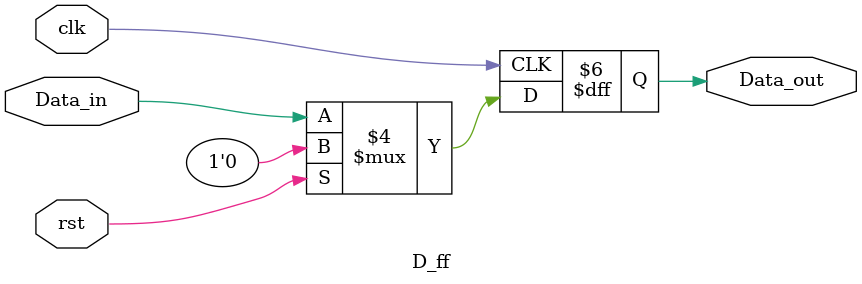
<source format=v>
`timescale 1ns / 1ps


module D_ff(Data_out, Data_in, clk, rst);
  input Data_in, clk, rst;
  output Data_out;
  
  reg Data_out;
  
  always @ (posedge clk)
  begin
    if (rst == 1) Data_out<= 0;
    else Data_out <= Data_in;
  end
endmodule

</source>
